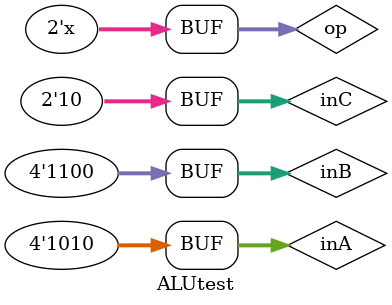
<source format=v>
`timescale 1ns / 1ps


module ALUtest;

	// Inputs
	reg [3:0] inA;
	reg [3:0] inB;
	reg [1:0] inC;
	reg [1:0] op;

	// Outputs
	wire [3:0] ans;

	// Instantiate the Unit Under Test (UUT)
	ALU uut (
		.inA(inA), 
		.inB(inB),
		.inC(inC),
		.op(op), 
		.ans(ans)
	);

	initial begin
		// Initialize Inputs
		inA = 4'b1010;
		inB = 4'b1100;
		inC = 2;
		op = 0;

		// Wait 100 ns for global reset to finish
		#100;
        
		// Add stimulus here

	end
	
	always #10 op=op+1;
      
endmodule


</source>
